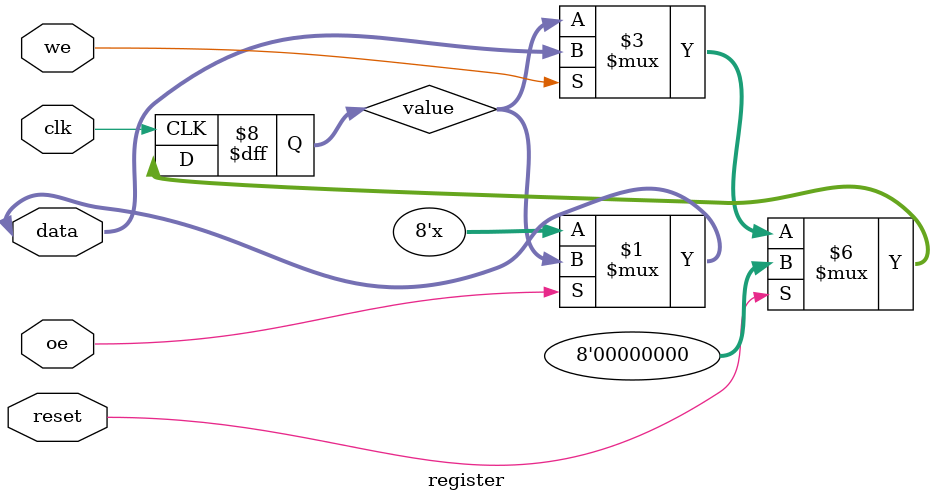
<source format=v>
`default_nettype none
`timescale 1ns/1ns
module fib(
  input wire clk,
  input wire reset,

  inout wire [7:0] data,
  input wire address,

  input wire start,
  input wire we,
  input wire oe,

  output wire busy
);


wire [8:0] tmp_add = tmp + data_c;

reg [7:0] tmp;
reg [7:0] data_i;
reg we_i;
reg oe_i;
reg addr_i;

wire addr_c = busy ? addr_i : address;
wire oe_c = busy ? oe_i : oe;
wire we_c = busy ? we_i : we;

wire [7:0] data_c = we_c ? ( busy ? data_i : data ) : 'z;
assign data = (oe&~busy) ? data_c : 'z;

localparam STATE_IDLE = 0;
localparam STATE_READ_FIRST = 1;
localparam STATE_READ_SECOND = 2;
localparam STATE_WROTE = 3;
reg [2:0] state;

assign busy = state != STATE_IDLE;

always @(posedge clk) begin
  if ( reset ) begin
    data_i <= 0;
    addr_i <= 0;
    we_i <= 0;
    oe_i <= 0;
    state <= STATE_IDLE;
    tmp <= 0;
  end else if ( busy ) begin // busy = state != STATE_IDLE
    if ( state == STATE_READ_FIRST ) begin
      tmp <= data_c;
      addr_i <= ( addr_i == 0 ? 1 : 0 ); // don't want to rely on wrapping here
      state <= STATE_READ_SECOND;
    end else if ( state == STATE_READ_SECOND ) begin
      addr_i <= ( addr_i == 0 ? 1 : 0 ); // don't want to rely on wrapping here
      if ( tmp_add[8] == 0 ) begin // no overflow, keep going
        we_i <= 1;
        oe_i <= 0;
        data_i <= tmp_add[7:0];
        state <= STATE_WROTE;
      end else begin // overflow, we're done
        oe_i <= 0;
        state <= STATE_IDLE;
      end
    end else if ( state == STATE_WROTE ) begin
      we_i <= 0;
      oe_i <= 1;
      addr_i <= ( addr_i == 0 ? 1 : 0 ); // don't want to rely on wrapping here
      state <= STATE_READ_FIRST;
    end
  end else if ( start ) begin
    addr_i <= 0;
    oe_i <= 1;
    state <= STATE_READ_FIRST;
  end
end

register reg_a( .clk(clk), .reset(reset), .data(data_c), .we(we_c && addr_c == 0), .oe(oe_c && addr_c == 0) );
register reg_b( .clk(clk), .reset(reset), .data(data_c), .we(we_c && addr_c == 1), .oe(oe_c && addr_c == 1) );

endmodule


module register(
  input wire clk,
  input wire reset,

  inout wire [7:0] data,

  input wire we,
  input wire oe
);

reg [7:0] value;

assign data = oe ? value : 'z;

always @(posedge clk) begin
  if ( reset ) begin
    value <= 0;
  end else if ( we ) begin
    value <= data;
  end
end

endmodule

</source>
